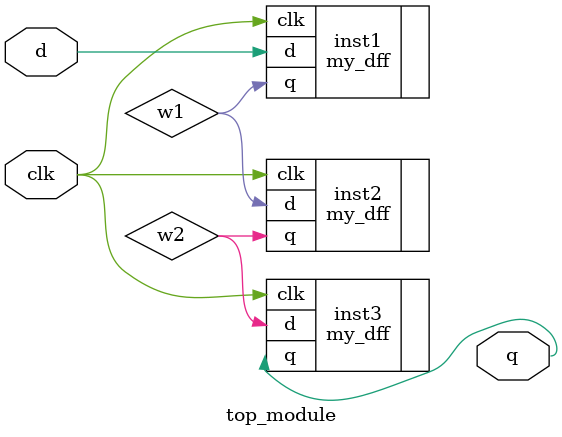
<source format=v>
module top_module ( 
  input clk,
  input d,
  output q 
  );
  
  wire w1,w2;
  
  my_dff inst1(
    .clk(clk),
    .d(d),
    .q(w1)
  );
  
  my_dff inst2(
    .clk(clk),
    .d(w1),
    .q(w2)
  );
  
  my_dff inst3(
    .clk(clk),
    .d(w2),
    .q(q)
  );
  
endmodule

</source>
